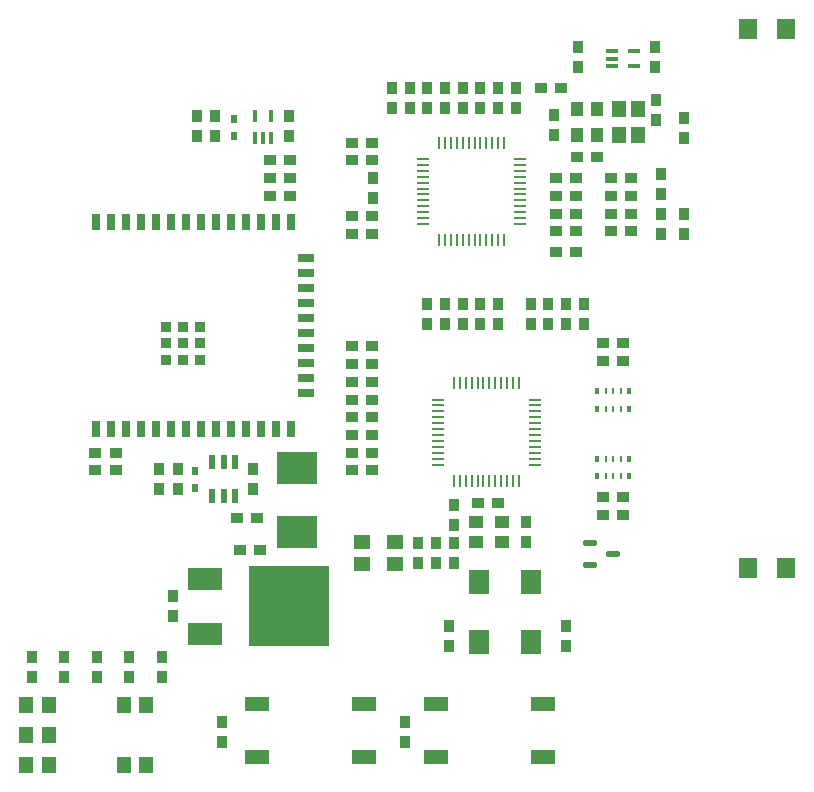
<source format=gbr>
%TF.GenerationSoftware,KiCad,Pcbnew,8.0.0*%
%TF.CreationDate,2024-03-19T23:22:05-04:00*%
%TF.ProjectId,Ethernet_Dev_Board,45746865-726e-4657-945f-4465765f426f,rev?*%
%TF.SameCoordinates,Original*%
%TF.FileFunction,Paste,Top*%
%TF.FilePolarity,Positive*%
%FSLAX46Y46*%
G04 Gerber Fmt 4.6, Leading zero omitted, Abs format (unit mm)*
G04 Created by KiCad (PCBNEW 8.0.0) date 2024-03-19 23:22:05*
%MOMM*%
%LPD*%
G01*
G04 APERTURE LIST*
G04 Aperture macros list*
%AMRoundRect*
0 Rectangle with rounded corners*
0 $1 Rounding radius*
0 $2 $3 $4 $5 $6 $7 $8 $9 X,Y pos of 4 corners*
0 Add a 4 corners polygon primitive as box body*
4,1,4,$2,$3,$4,$5,$6,$7,$8,$9,$2,$3,0*
0 Add four circle primitives for the rounded corners*
1,1,$1+$1,$2,$3*
1,1,$1+$1,$4,$5*
1,1,$1+$1,$6,$7*
1,1,$1+$1,$8,$9*
0 Add four rect primitives between the rounded corners*
20,1,$1+$1,$2,$3,$4,$5,0*
20,1,$1+$1,$4,$5,$6,$7,0*
20,1,$1+$1,$6,$7,$8,$9,0*
20,1,$1+$1,$8,$9,$2,$3,0*%
G04 Aperture macros list end*
%ADD10R,0.898400X0.998400*%
%ADD11R,0.998400X0.898400*%
%ADD12R,2.898400X1.898400*%
%ADD13R,6.898400X6.898400*%
%ADD14R,1.098400X1.298400*%
%ADD15R,1.298400X1.098400*%
%ADD16R,3.398400X2.698400*%
%ADD17R,0.900000X0.900000*%
%ADD18R,0.798400X1.398400*%
%ADD19R,1.398400X0.798400*%
%ADD20RoundRect,0.104142X-0.100058X-0.150058X0.100058X-0.150058X0.100058X0.150058X-0.100058X0.150058X0*%
%ADD21RoundRect,0.063342X-0.060858X-0.190858X0.060858X-0.190858X0.060858X0.190858X-0.060858X0.190858X0*%
%ADD22RoundRect,0.104142X0.100058X0.150058X-0.100058X0.150058X-0.100058X-0.150058X0.100058X-0.150058X0*%
%ADD23RoundRect,0.063342X0.060858X0.190858X-0.060858X0.190858X-0.060858X-0.190858X0.060858X-0.190858X0*%
%ADD24RoundRect,0.044600X0.484600X-0.044600X0.484600X0.044600X-0.484600X0.044600X-0.484600X-0.044600X0*%
%ADD25RoundRect,0.044600X0.044600X0.484600X-0.044600X0.484600X-0.044600X-0.484600X0.044600X-0.484600X0*%
%ADD26RoundRect,0.044600X-0.484600X0.044600X-0.484600X-0.044600X0.484600X-0.044600X0.484600X0.044600X0*%
%ADD27RoundRect,0.044600X-0.044600X-0.484600X0.044600X-0.484600X0.044600X0.484600X-0.044600X0.484600X0*%
%ADD28R,0.498400X1.198400*%
%ADD29R,1.498400X1.701400*%
%ADD30RoundRect,0.073776X-0.470424X0.065424X-0.470424X-0.065424X0.470424X-0.065424X0.470424X0.065424X0*%
%ADD31RoundRect,0.073776X0.470424X-0.065424X0.470424X0.065424X-0.470424X0.065424X-0.470424X-0.065424X0*%
%ADD32R,1.198400X1.398400*%
%ADD33R,0.598400X0.698400*%
%ADD34R,1.700000X2.100000*%
%ADD35R,1.200000X1.400000*%
%ADD36R,1.398400X1.198400*%
%ADD37R,1.998400X1.298400*%
%ADD38RoundRect,0.124558X-0.429642X0.129642X-0.429642X-0.129642X0.429642X-0.129642X0.429642X0.129642X0*%
%ADD39RoundRect,0.124558X0.429642X-0.129642X0.429642X0.129642X-0.429642X0.129642X-0.429642X-0.129642X0*%
%ADD40RoundRect,0.073776X-0.065424X-0.470424X0.065424X-0.470424X0.065424X0.470424X-0.065424X0.470424X0*%
%ADD41RoundRect,0.073776X0.065424X0.470424X-0.065424X0.470424X-0.065424X-0.470424X0.065424X-0.470424X0*%
G04 APERTURE END LIST*
D10*
%TO.C,C305*%
X113500000Y-53600000D03*
X113500000Y-51900000D03*
%TD*%
D11*
%TO.C,C207*%
X128400000Y-75000000D03*
X130100000Y-75000000D03*
%TD*%
D10*
%TO.C,C402*%
X90750000Y-85850000D03*
X90750000Y-84150000D03*
%TD*%
D11*
%TO.C,C109*%
X108850000Y-64250000D03*
X107150000Y-64250000D03*
%TD*%
%TO.C,R306*%
X130750000Y-59500000D03*
X129050000Y-59500000D03*
%TD*%
D12*
%TO.C,U101*%
X94650000Y-93459000D03*
X94650001Y-98064000D03*
D13*
X101750000Y-95750000D03*
%TD*%
D10*
%TO.C,R203*%
X91000000Y-101750000D03*
X91000000Y-100050000D03*
%TD*%
%TO.C,R406*%
X85500000Y-101750000D03*
X85500000Y-100050000D03*
%TD*%
%TO.C,R102*%
X95500000Y-55930000D03*
X95500000Y-54230000D03*
%TD*%
%TO.C,C310*%
X133250000Y-64200000D03*
X133250000Y-62500000D03*
%TD*%
%TO.C,R204*%
X116500000Y-70150000D03*
X116500000Y-71850000D03*
%TD*%
D14*
%TO.C,XTAL301*%
X126150000Y-53650000D03*
X127850000Y-53650000D03*
X126150000Y-55850000D03*
X127850000Y-55850000D03*
%TD*%
D10*
%TO.C,C115*%
X115750000Y-90400000D03*
X115750000Y-92100000D03*
%TD*%
D11*
%TO.C,C119*%
X108800000Y-78250000D03*
X107100000Y-78250000D03*
%TD*%
D10*
%TO.C,C125*%
X101750000Y-54230000D03*
X101750000Y-55930000D03*
%TD*%
D15*
%TO.C,XTAL201*%
X117650000Y-90350000D03*
X117650000Y-88650000D03*
X119850000Y-90350000D03*
X119850000Y-88650000D03*
%TD*%
D11*
%TO.C,C116*%
X108850000Y-56500000D03*
X107150000Y-56500000D03*
%TD*%
D16*
%TO.C,TVS101*%
X102500000Y-84050000D03*
X102500000Y-89450000D03*
%TD*%
D17*
%TO.C,U402*%
X91410000Y-74890000D03*
X92810000Y-74890000D03*
X94210000Y-74890000D03*
X91410000Y-73490000D03*
X92810000Y-73490000D03*
X94210000Y-73490000D03*
X91410000Y-72090000D03*
X92810000Y-72090000D03*
X94210000Y-72090000D03*
D18*
X85470000Y-80740000D03*
X86740000Y-80740000D03*
X88010000Y-80740000D03*
X89280000Y-80740000D03*
X90550000Y-80740000D03*
X91820000Y-80740000D03*
X93090000Y-80740000D03*
X94360000Y-80740000D03*
X95630000Y-80740000D03*
X96900000Y-80740000D03*
X98170000Y-80740000D03*
X99440000Y-80740000D03*
X100710000Y-80740000D03*
X101980000Y-80740000D03*
D19*
X103230000Y-77705000D03*
X103230000Y-76425000D03*
X103230000Y-75155000D03*
X103230000Y-73885000D03*
X103230000Y-72615000D03*
X103230000Y-71345000D03*
X103230000Y-70075000D03*
X103230000Y-68805000D03*
X103230000Y-67535000D03*
X103230000Y-66274000D03*
D18*
X101980000Y-63240000D03*
X100710000Y-63240000D03*
X99440000Y-63240000D03*
X98170000Y-63240000D03*
X96900000Y-63240000D03*
X95630000Y-63240000D03*
X94360000Y-63240000D03*
X93090000Y-63240000D03*
X91820000Y-63240000D03*
X90550000Y-63240000D03*
X89280000Y-63240000D03*
X88010000Y-63240000D03*
X86740000Y-63240000D03*
X85470000Y-63240000D03*
%TD*%
D10*
%TO.C,R405*%
X82750000Y-101750000D03*
X82750000Y-100050000D03*
%TD*%
%TO.C,R209*%
X122250000Y-70150000D03*
X122250000Y-71850000D03*
%TD*%
D11*
%TO.C,C404*%
X87100000Y-84250000D03*
X85400000Y-84250000D03*
%TD*%
D20*
%TO.C,R202*%
X127890000Y-84760000D03*
D21*
X128610000Y-84760000D03*
X129250000Y-84760000D03*
X129890000Y-84760000D03*
D20*
X130610000Y-84760000D03*
D22*
X130610000Y-83240000D03*
D23*
X129890000Y-83240000D03*
X129250000Y-83240000D03*
X128610000Y-83240000D03*
D22*
X127890000Y-83240000D03*
%TD*%
D11*
%TO.C,R403*%
X101850000Y-61000000D03*
X100150000Y-61000000D03*
%TD*%
D24*
%TO.C,U301*%
X121380000Y-63380000D03*
X121380000Y-62880000D03*
X121380000Y-62380000D03*
X121380000Y-61880000D03*
X121380000Y-61380000D03*
X121380000Y-60880000D03*
X121380000Y-60380000D03*
X121380000Y-59880000D03*
X121380000Y-59380000D03*
X121380000Y-58880000D03*
X121380000Y-58380000D03*
X121380000Y-57880000D03*
D25*
X120000000Y-56500000D03*
X119500000Y-56500000D03*
X119000000Y-56500000D03*
X118500000Y-56500000D03*
X118000000Y-56500000D03*
X117500000Y-56500000D03*
X117000000Y-56500000D03*
X116500000Y-56500000D03*
X116000000Y-56500000D03*
X115500000Y-56500000D03*
X115000000Y-56500000D03*
X114500000Y-56500000D03*
D26*
X113120000Y-57880000D03*
X113120000Y-58380000D03*
X113120000Y-58880000D03*
X113120000Y-59380000D03*
X113120000Y-59880000D03*
X113120000Y-60380000D03*
X113120000Y-60880000D03*
X113120000Y-61380000D03*
X113120000Y-61880000D03*
X113120000Y-62380000D03*
X113120000Y-62880000D03*
X113120000Y-63380000D03*
D27*
X114500000Y-64760000D03*
X115000000Y-64760000D03*
X115500000Y-64760000D03*
X116000000Y-64760000D03*
X116500000Y-64760000D03*
X117000000Y-64760000D03*
X117500000Y-64760000D03*
X118000000Y-64760000D03*
X118500000Y-64760000D03*
X119000000Y-64760000D03*
X119500000Y-64760000D03*
X120000000Y-64760000D03*
%TD*%
D10*
%TO.C,C406*%
X98750000Y-84150000D03*
X98750000Y-85850000D03*
%TD*%
%TO.C,C309*%
X118000000Y-53600000D03*
X118000000Y-51900000D03*
%TD*%
D11*
%TO.C,C304*%
X124850000Y-51850000D03*
X123150000Y-51850000D03*
%TD*%
%TO.C,C113*%
X108850000Y-62750000D03*
X107150000Y-62750000D03*
%TD*%
%TO.C,R309*%
X126100000Y-61000000D03*
X124400000Y-61000000D03*
%TD*%
%TO.C,C107*%
X108800000Y-84250000D03*
X107100000Y-84250000D03*
%TD*%
D28*
%TO.C,U403*%
X95300000Y-86450000D03*
X96250000Y-86450000D03*
X97200000Y-86450000D03*
X97200000Y-83551000D03*
X96250000Y-83550000D03*
X95300000Y-83551000D03*
%TD*%
D10*
%TO.C,C210*%
X115750000Y-87150000D03*
X115750000Y-88850000D03*
%TD*%
%TO.C,R210*%
X125250000Y-99100000D03*
X125250000Y-97400000D03*
%TD*%
D11*
%TO.C,R308*%
X126100000Y-62500000D03*
X124400000Y-62500000D03*
%TD*%
D10*
%TO.C,FB302*%
X115000000Y-53600000D03*
X115000000Y-51900000D03*
%TD*%
D11*
%TO.C,R311*%
X126100000Y-65750000D03*
X124400000Y-65750000D03*
%TD*%
%TO.C,R310*%
X126100000Y-59500000D03*
X124400000Y-59500000D03*
%TD*%
D10*
%TO.C,R101*%
X80000000Y-101750000D03*
X80000000Y-100050000D03*
%TD*%
%TO.C,C209*%
X121850000Y-88650000D03*
X121850000Y-90350000D03*
%TD*%
%TO.C,C405*%
X111640000Y-105530000D03*
X111640000Y-107230000D03*
%TD*%
D25*
%TO.C,U201*%
X121250000Y-76870000D03*
X120750000Y-76870000D03*
X120250000Y-76870000D03*
X119750000Y-76870000D03*
X119250000Y-76870000D03*
X118750000Y-76870000D03*
X118250000Y-76870000D03*
X117750000Y-76870000D03*
X117250000Y-76870000D03*
X116750000Y-76870000D03*
X116250000Y-76870000D03*
X115750000Y-76870000D03*
D26*
X114370000Y-78250000D03*
X114370000Y-78750000D03*
X114370000Y-79250000D03*
X114370000Y-79750000D03*
X114370000Y-80250000D03*
X114370000Y-80750000D03*
X114370000Y-81250000D03*
X114370000Y-81750000D03*
X114370000Y-82250000D03*
X114370000Y-82750000D03*
X114370000Y-83250000D03*
X114370000Y-83750000D03*
D27*
X115750000Y-85130000D03*
X116250000Y-85130000D03*
X116750000Y-85130000D03*
X117250000Y-85130000D03*
X117750000Y-85130000D03*
X118250000Y-85130000D03*
X118750000Y-85130000D03*
X119250000Y-85130000D03*
X119750000Y-85130000D03*
X120250000Y-85130000D03*
X120750000Y-85130000D03*
X121250000Y-85130000D03*
D24*
X122630000Y-83750000D03*
X122630000Y-83250000D03*
X122630000Y-82750000D03*
X122630000Y-82250000D03*
X122630000Y-81750000D03*
X122630000Y-81250000D03*
X122630000Y-80750000D03*
X122630000Y-80250000D03*
X122630000Y-79750000D03*
X122630000Y-79250000D03*
X122630000Y-78750000D03*
X122630000Y-78250000D03*
%TD*%
D29*
%TO.C,C306*%
X143876000Y-46880000D03*
X140624000Y-46880000D03*
%TD*%
D11*
%TO.C,C118*%
X108850000Y-57948000D03*
X107150000Y-57948000D03*
%TD*%
%TO.C,R212*%
X117750000Y-87000000D03*
X119450000Y-87000000D03*
%TD*%
D10*
%TO.C,C203*%
X119500000Y-71850000D03*
X119500000Y-70150000D03*
%TD*%
D11*
%TO.C,C111*%
X108800000Y-82750000D03*
X107100000Y-82750000D03*
%TD*%
D30*
%TO.C,U103*%
X129170000Y-48750000D03*
X129170000Y-49400000D03*
X129170000Y-50050000D03*
D31*
X131000000Y-50050000D03*
X131000000Y-48750000D03*
%TD*%
D11*
%TO.C,C114*%
X108800000Y-81250000D03*
X107100000Y-81250000D03*
%TD*%
%TO.C,R305*%
X130750000Y-61000000D03*
X129050000Y-61000000D03*
%TD*%
D10*
%TO.C,C201*%
X115000000Y-71850000D03*
X115000000Y-70150000D03*
%TD*%
%TO.C,R207*%
X125250000Y-70150000D03*
X125250000Y-71850000D03*
%TD*%
%TO.C,C202*%
X113500000Y-71850000D03*
X113500000Y-70150000D03*
%TD*%
%TO.C,C312*%
X121000000Y-53600000D03*
X121000000Y-51900000D03*
%TD*%
D32*
%TO.C,LED401*%
X81440000Y-106640000D03*
X79560000Y-106640000D03*
%TD*%
D11*
%TO.C,R303*%
X130750000Y-64000000D03*
X129050000Y-64000000D03*
%TD*%
D33*
%TO.C,D401*%
X93850000Y-85710000D03*
X93850000Y-84290000D03*
%TD*%
D10*
%TO.C,R312*%
X88250000Y-101750000D03*
X88250000Y-100050000D03*
%TD*%
D32*
%TO.C,LED301*%
X89690000Y-104100000D03*
X87810000Y-104100000D03*
%TD*%
D11*
%TO.C,R402*%
X99100000Y-88250000D03*
X97400000Y-88250000D03*
%TD*%
D34*
%TO.C,Y201*%
X122250000Y-98750000D03*
X122250000Y-93670000D03*
X117850000Y-93670000D03*
X117850000Y-98750000D03*
%TD*%
D11*
%TO.C,R407*%
X101850000Y-58000000D03*
X100150000Y-58000000D03*
%TD*%
%TO.C,C206*%
X128400000Y-73500000D03*
X130100000Y-73500000D03*
%TD*%
D35*
%TO.C,Y301*%
X131300000Y-55850000D03*
X131300000Y-53650000D03*
X129700000Y-53650000D03*
X129700000Y-55850000D03*
%TD*%
D10*
%TO.C,R201*%
X118000000Y-71850000D03*
X118000000Y-70150000D03*
%TD*%
D36*
%TO.C,FB101*%
X108000000Y-92200000D03*
X108000000Y-90300000D03*
%TD*%
D10*
%TO.C,C302*%
X110500000Y-53600000D03*
X110500000Y-51900000D03*
%TD*%
%TO.C,R302*%
X124250000Y-54150000D03*
X124250000Y-55850000D03*
%TD*%
D37*
%TO.C,S402*%
X114200000Y-104000000D03*
X114200000Y-108500000D03*
X123300000Y-104000000D03*
X123300000Y-108500000D03*
%TD*%
D10*
%TO.C,C101*%
X92000000Y-96600000D03*
X92000000Y-94900000D03*
%TD*%
%TO.C,R206*%
X126750000Y-70150000D03*
X126750000Y-71850000D03*
%TD*%
D11*
%TO.C,R307*%
X126100000Y-64000000D03*
X124400000Y-64000000D03*
%TD*%
D10*
%TO.C,R301*%
X135250000Y-54400000D03*
X135250000Y-56100000D03*
%TD*%
D11*
%TO.C,C117*%
X108800000Y-79750000D03*
X107100000Y-79750000D03*
%TD*%
D10*
%TO.C,C126*%
X94000000Y-55930000D03*
X94000000Y-54230000D03*
%TD*%
%TO.C,C313*%
X133250000Y-60850000D03*
X133250000Y-59150000D03*
%TD*%
D38*
%TO.C,Q201*%
X127245000Y-90385000D03*
X127245000Y-92285000D03*
D39*
X129255000Y-91335000D03*
%TD*%
D32*
%TO.C,LED201*%
X89690000Y-109180000D03*
X87810000Y-109180000D03*
%TD*%
D29*
%TO.C,C208*%
X143876000Y-92500000D03*
X140624000Y-92500000D03*
%TD*%
D10*
%TO.C,C204*%
X115350000Y-99100000D03*
X115350000Y-97400000D03*
%TD*%
D36*
%TO.C,FB102*%
X110750000Y-92200000D03*
X110750000Y-90300000D03*
%TD*%
D11*
%TO.C,R304*%
X130750000Y-62500000D03*
X129050000Y-62500000D03*
%TD*%
D10*
%TO.C,C112*%
X114250000Y-90400000D03*
X114250000Y-92100000D03*
%TD*%
%TO.C,FB103*%
X108900000Y-61200000D03*
X108900000Y-59500000D03*
%TD*%
%TO.C,C401*%
X96100000Y-105530000D03*
X96100000Y-107230000D03*
%TD*%
%TO.C,C311*%
X119500000Y-53600000D03*
X119500000Y-51900000D03*
%TD*%
D11*
%TO.C,C106*%
X99350000Y-91000000D03*
X97650000Y-91000000D03*
%TD*%
%TO.C,R404*%
X101850000Y-59500000D03*
X100150000Y-59500000D03*
%TD*%
%TO.C,C124*%
X108800000Y-73750000D03*
X107100000Y-73750000D03*
%TD*%
%TO.C,C403*%
X87100000Y-82750000D03*
X85400000Y-82750000D03*
%TD*%
D37*
%TO.C,S401*%
X99060000Y-104000000D03*
X99060000Y-108500000D03*
X108160000Y-104000000D03*
X108160000Y-108500000D03*
%TD*%
D10*
%TO.C,C128*%
X132750000Y-48400000D03*
X132750000Y-50100000D03*
%TD*%
%TO.C,FB301*%
X112000000Y-51900000D03*
X112000000Y-53600000D03*
%TD*%
%TO.C,R208*%
X123750000Y-70150000D03*
X123750000Y-71850000D03*
%TD*%
D11*
%TO.C,C205*%
X130100000Y-88000000D03*
X128400000Y-88000000D03*
%TD*%
%TO.C,R211*%
X130100000Y-86500000D03*
X128400000Y-86500000D03*
%TD*%
D32*
%TO.C,LED101*%
X81440000Y-104100000D03*
X79560000Y-104100000D03*
%TD*%
D11*
%TO.C,C303*%
X127850000Y-57750000D03*
X126150000Y-57750000D03*
%TD*%
D33*
%TO.C,D101*%
X97125000Y-55915000D03*
X97125000Y-54495000D03*
%TD*%
D10*
%TO.C,C308*%
X135250000Y-64200000D03*
X135250000Y-62500000D03*
%TD*%
D11*
%TO.C,C123*%
X108800000Y-75250000D03*
X107100000Y-75250000D03*
%TD*%
D10*
%TO.C,C301*%
X132900000Y-54600000D03*
X132900000Y-52900000D03*
%TD*%
D40*
%TO.C,U102*%
X98950000Y-56080000D03*
X99600000Y-56080000D03*
X100250000Y-56080000D03*
D41*
X100250000Y-54250000D03*
X98950000Y-54250000D03*
%TD*%
D10*
%TO.C,C108*%
X112750000Y-90400000D03*
X112750000Y-92100000D03*
%TD*%
D32*
%TO.C,LED402*%
X81440000Y-109180000D03*
X79560000Y-109180000D03*
%TD*%
D10*
%TO.C,C307*%
X116500000Y-53600000D03*
X116500000Y-51900000D03*
%TD*%
D11*
%TO.C,C121*%
X108800000Y-76750000D03*
X107100000Y-76750000D03*
%TD*%
D10*
%TO.C,R401*%
X92350000Y-84150000D03*
X92350000Y-85850000D03*
%TD*%
D22*
%TO.C,R205*%
X130610000Y-77490000D03*
D23*
X129890000Y-77490000D03*
X129250000Y-77490000D03*
X128610000Y-77490000D03*
D22*
X127890000Y-77490000D03*
D20*
X127890000Y-79010000D03*
D21*
X128610000Y-79010000D03*
X129250000Y-79010000D03*
X129890000Y-79010000D03*
D20*
X130610000Y-79010000D03*
%TD*%
D10*
%TO.C,C127*%
X126250000Y-48400000D03*
X126250000Y-50100000D03*
%TD*%
M02*

</source>
